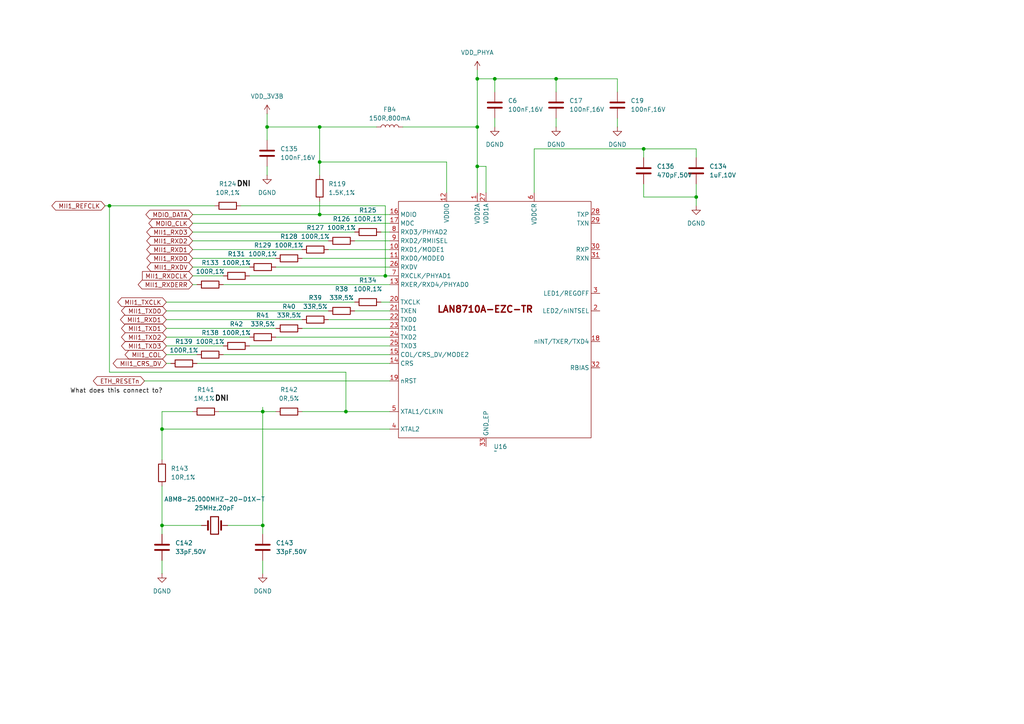
<source format=kicad_sch>
(kicad_sch (version 20231120) (generator "eeschema") (generator_version "8.0")
  (paper "A4")
  (lib_symbols
    (symbol "Device:C" (pin_numbers hide) (pin_names (offset 0.254))
      (property "Reference" "C" (at 0.635 2.54 0))
      (property "Value" "C" (at 0.635 -2.54 0))
      (symbol "C_0_1"
        (polyline (pts (xy -2.032 -0.762) (xy 2.032 -0.762)) (stroke (width 0.508)))
        (polyline (pts (xy -2.032 0.762) (xy 2.032 0.762)) (stroke (width 0.508)))
      )
      (symbol "C_1_1"
        (pin passive line (at 0 3.81 270) (length 2.794) (name "~") (number "1"))
        (pin passive line (at 0 -3.81 90) (length 2.794) (name "~") (number "2"))
      )
    )
    (symbol "Device:Crystal" (pin_numbers hide) (pin_names (offset 1.016) hide)
      (property "Reference" "Y" (at 0 3.81 0))
      (property "Value" "Crystal" (at 0 -3.81 0))
      (symbol "Crystal_0_1"
        (rectangle (start -1.143 2.54) (end 1.143 -2.54) (stroke (width 0.3048)))
        (polyline (pts (xy -2.54 0) (xy -1.905 0)))
        (polyline (pts (xy -1.905 -1.27) (xy -1.905 1.27)) (stroke (width 0.508)))
        (polyline (pts (xy 1.905 -1.27) (xy 1.905 1.27)) (stroke (width 0.508)))
        (polyline (pts (xy 2.54 0) (xy 1.905 0)))
      )
      (symbol "Crystal_1_1"
        (pin passive line (at -3.81 0 0) (length 1.27) (name "1") (number "1"))
        (pin passive line (at 3.81 0 180) (length 1.27) (name "2") (number "2"))
      )
    )
    (symbol "Device:L" (pin_numbers hide) (pin_names (offset 1.016) hide)
      (property "Reference" "L" (at -1.27 0 90))
      (property "Value" "L" (at 1.905 0 90))
      (symbol "L_0_1"
        (arc (start 0 -2.54) (mid 0.6323 -1.905) (end 0 -1.27))
        (arc (start 0 -1.27) (mid 0.6323 -0.635) (end 0 0))
        (arc (start 0 0) (mid 0.6323 0.635) (end 0 1.27))
        (arc (start 0 1.27) (mid 0.6323 1.905) (end 0 2.54))
      )
      (symbol "L_1_1"
        (pin passive line (at 0 3.81 270) (length 1.27) (name "1") (number "1"))
        (pin passive line (at 0 -3.81 90) (length 1.27) (name "2") (number "2"))
      )
    )
    (symbol "Device:R" (pin_numbers hide) (pin_names (offset 0))
      (property "Reference" "R" (at 2.032 0 90))
      (property "Value" "R" (at 0 0 90))
      (symbol "R_0_1"
        (rectangle (start -1.016 -2.54) (end 1.016 2.54) (stroke (width 0.254)))
      )
      (symbol "R_1_1"
        (pin passive line (at 0 3.81 270) (length 1.27) (name "~") (number "1"))
        (pin passive line (at 0 -3.81 90) (length 1.27) (name "~") (number "2"))
      )
    )
    (symbol "SubArctic AM335x:LAN8710A-EZC-TR"
      (property "Reference" "U16" (at 27.5941 -2.54 0))
      (property "Value" "~" (at 27.5941 -3.81 0))
      (symbol "LAN8710A-EZC-TR_1_0"
        (pin input line (at -2.54 54.61 0) (length 2.54) (name "RXD1/MODE1") (number "10"))
        (pin input line (at -2.54 52.07 0) (length 2.54) (name "RXD0/MODE0") (number "11"))
        (pin input line (at -2.54 44.45 0) (length 2.54) (name "RXER/RXD4/PHYAD0") (number "13"))
        (pin input line (at -2.54 21.59 0) (length 2.54) (name "CRS") (number "14"))
        (pin input line (at -2.54 24.13 0) (length 2.54) (name "COL/CRS_DV/MODE2") (number "15"))
        (pin input line (at 58.42 27.94 180) (length 2.54) (name "nINT/TXER/TXD4") (number "18"))
        (pin input line (at -2.54 16.51 0) (length 2.54) (name "nRST") (number "19"))
        (pin input line (at 58.42 36.83 180) (length 2.54) (name "LED2/nINTSEL") (number "2"))
        (pin input line (at -2.54 39.37 0) (length 2.54) (name "TXCLK") (number "20"))
        (pin input line (at -2.54 36.83 0) (length 2.54) (name "TXEN") (number "21"))
        (pin input line (at -2.54 34.29 0) (length 2.54) (name "TXD0") (number "22"))
        (pin input line (at -2.54 31.75 0) (length 2.54) (name "TXD1") (number "23"))
        (pin input line (at -2.54 29.21 0) (length 2.54) (name "TXD2") (number "24"))
        (pin input line (at -2.54 26.67 0) (length 2.54) (name "TXD3") (number "25"))
        (pin input line (at -2.54 49.53 0) (length 2.54) (name "RXDV") (number "26"))
        (pin input line (at 58.42 64.77 180) (length 2.54) (name "TXP") (number "28"))
        (pin input line (at 58.42 62.23 180) (length 2.54) (name "TXN") (number "29"))
        (pin input line (at 58.42 41.91 180) (length 2.54) (name "LED1/REGOFF") (number "3"))
        (pin input line (at 58.42 54.61 180) (length 2.54) (name "RXP") (number "30"))
        (pin input line (at 58.42 52.07 180) (length 2.54) (name "RXN") (number "31"))
        (pin input line (at 58.42 20.32 180) (length 2.54) (name "RBIAS") (number "32"))
        (pin input line (at 25.4 -2.54 90) (length 2.54) (name "GND_EP") (number "33"))
        (pin input line (at -2.54 2.54 0) (length 2.54) (name "XTAL2") (number "4"))
        (pin input line (at -2.54 7.62 0) (length 2.54) (name "XTAL1/CLKIN") (number "5"))
        (pin input line (at -2.54 46.99 0) (length 2.54) (name "RXCLK/PHYAD1") (number "7"))
        (pin input line (at -2.54 59.69 0) (length 2.54) (name "RXD3/PHYAD2") (number "8"))
        (pin input line (at -2.54 57.15 0) (length 2.54) (name "RXD2/RMIISEL") (number "9"))
      )
      (symbol "LAN8710A-EZC-TR_1_1"
        (rectangle (start 0 68.58) (end 55.88 0))
        (text "LAN8710A-EZC-TR" (at 25.146 37.338 0) (effects (font (size 1.905 1.905) (bold yes))))
        (pin input line (at 22.86 71.12 270) (length 2.54) (name "VDD2A") (number "1"))
        (pin input line (at 13.97 71.12 270) (length 2.54) (name "VDDIO") (number "12"))
        (pin input line (at -2.54 64.77 0) (length 2.54) (name "MDIO") (number "16"))
        (pin input line (at -2.54 62.23 0) (length 2.54) (name "MDC") (number "17"))
        (pin input line (at 25.4 71.12 270) (length 2.54) (name "VDD1A") (number "27"))
        (pin input line (at 39.37 71.12 270) (length 2.54) (name "VDDCR") (number "6"))
      )
    )
    (symbol "power:GND" (power) (pin_numbers hide) (pin_names (offset 0) hide)
      (property "Value" "GND" (at 0 -3.81 0))
      (symbol "GND_0_1"
        (polyline (pts (xy 0 0) (xy 0 -1.27) (xy 1.27 -1.27) (xy 0 -2.54) (xy -1.27 -1.27) (xy 0 -1.27)))
      )
      (symbol "GND_1_1"
        (pin power_in line (at 0 0 270) (length 0) (name "~") (number "1"))
      )
    )
    (symbol "power:VCC" (power) (pin_numbers hide) (pin_names (offset 0) hide)
      (property "Value" "VCC" (at 0 3.556 0))
      (symbol "VCC_0_1"
        (polyline (pts (xy -0.762 1.27) (xy 0 2.54)))
        (polyline (pts (xy 0 0) (xy 0 2.54)))
        (polyline (pts (xy 0 2.54) (xy 0.762 1.27)))
      )
      (symbol "VCC_1_1"
        (pin power_in line (at 0 0 90) (length 0) (name "~") (number "1"))
      )
    )
  )
  (junction (at 92.71 46.99))
  (junction (at 76.2 119.38))
  (junction (at 76.2 152.4))
  (junction (at 31.75 59.69))
  (junction (at 100.33 119.38))
  (junction (at 138.43 48.26))
  (junction (at 201.93 57.15))
  (junction (at 77.47 36.83))
  (junction (at 46.99 152.4))
  (junction (at 138.43 36.83))
  (junction (at 161.29 22.86))
  (junction (at 143.51 22.86))
  (junction (at 138.43 22.86))
  (junction (at 92.71 62.23))
  (junction (at 92.71 36.83))
  (junction (at 46.99 124.46))
  (junction (at 111.76 80.01))
  (junction (at 186.69 43.18))
  (wire (pts (xy 138.43 36.83) (xy 138.43 48.26)))
  (wire (pts (xy 48.26 105.41) (xy 49.53 105.41)))
  (wire (pts (xy 113.03 124.46) (xy 46.99 124.46)))
  (wire (pts (xy 186.69 57.15) (xy 201.93 57.15)))
  (wire (pts (xy 76.2 162.56) (xy 76.2 166.37)))
  (wire (pts (xy 179.07 34.29) (xy 179.07 36.83)))
  (wire (pts (xy 102.87 90.17) (xy 113.03 90.17)))
  (wire (pts (xy 186.69 43.18) (xy 201.93 43.18)))
  (wire (pts (xy 100.33 107.95) (xy 31.75 107.95)))
  (wire (pts (xy 92.71 46.99) (xy 92.71 36.83)))
  (wire (pts (xy 55.88 77.47) (xy 72.39 77.47)))
  (wire (pts (xy 201.93 57.15) (xy 201.93 59.69)))
  (wire (pts (xy 63.5 119.38) (xy 76.2 119.38)))
  (wire (pts (xy 46.99 154.94) (xy 46.99 152.4)))
  (wire (pts (xy 116.84 36.83) (xy 138.43 36.83)))
  (wire (pts (xy 31.75 59.69) (xy 31.75 107.95)))
  (wire (pts (xy 48.26 95.25) (xy 80.01 95.25)))
  (wire (pts (xy 143.51 22.86) (xy 161.29 22.86)))
  (wire (pts (xy 143.51 22.86) (xy 143.51 26.67)))
  (wire (pts (xy 46.99 166.37) (xy 46.99 162.56)))
  (wire (pts (xy 76.2 119.38) (xy 80.01 119.38)))
  (wire (pts (xy 76.2 154.94) (xy 76.2 152.4)))
  (wire (pts (xy 201.93 43.18) (xy 201.93 45.72)))
  (wire (pts (xy 140.97 48.26) (xy 138.43 48.26)))
  (wire (pts (xy 161.29 22.86) (xy 179.07 22.86)))
  (wire (pts (xy 100.33 119.38) (xy 100.33 107.95)))
  (wire (pts (xy 55.88 62.23) (xy 92.71 62.23)))
  (wire (pts (xy 161.29 22.86) (xy 161.29 26.67)))
  (wire (pts (xy 55.88 74.93) (xy 80.01 74.93)))
  (wire (pts (xy 30.48 59.69) (xy 31.75 59.69)))
  (wire (pts (xy 87.63 74.93) (xy 113.03 74.93)))
  (wire (pts (xy 92.71 62.23) (xy 113.03 62.23)))
  (wire (pts (xy 48.26 102.87) (xy 57.15 102.87)))
  (wire (pts (xy 161.29 34.29) (xy 161.29 36.83)))
  (wire (pts (xy 87.63 119.38) (xy 100.33 119.38)))
  (wire (pts (xy 143.51 34.29) (xy 143.51 36.83)))
  (wire (pts (xy 80.01 97.79) (xy 113.03 97.79)))
  (wire (pts (xy 48.26 92.71) (xy 87.63 92.71)))
  (wire (pts (xy 31.75 59.69) (xy 62.23 59.69)))
  (wire (pts (xy 111.76 80.01) (xy 111.76 59.69)))
  (wire (pts (xy 186.69 45.72) (xy 186.69 43.18)))
  (wire (pts (xy 72.39 80.01) (xy 111.76 80.01)))
  (wire (pts (xy 69.85 59.69) (xy 111.76 59.69)))
  (wire (pts (xy 138.43 48.26) (xy 138.43 55.88)))
  (wire (pts (xy 80.01 77.47) (xy 113.03 77.47)))
  (wire (pts (xy 154.94 43.18) (xy 186.69 43.18)))
  (wire (pts (xy 64.77 102.87) (xy 113.03 102.87)))
  (wire (pts (xy 46.99 140.97) (xy 46.99 152.4)))
  (wire (pts (xy 77.47 33.02) (xy 77.47 36.83)))
  (wire (pts (xy 57.15 105.41) (xy 113.03 105.41)))
  (wire (pts (xy 201.93 57.15) (xy 201.93 53.34)))
  (wire (pts (xy 77.47 36.83) (xy 77.47 40.64)))
  (wire (pts (xy 55.88 82.55) (xy 57.15 82.55)))
  (wire (pts (xy 55.88 72.39) (xy 87.63 72.39)))
  (wire (pts (xy 76.2 119.38) (xy 76.2 118.11)))
  (wire (pts (xy 110.49 67.31) (xy 113.03 67.31)))
  (wire (pts (xy 95.25 92.71) (xy 113.03 92.71)))
  (wire (pts (xy 109.22 36.83) (xy 92.71 36.83)))
  (wire (pts (xy 138.43 22.86) (xy 138.43 36.83)))
  (wire (pts (xy 138.43 22.86) (xy 143.51 22.86)))
  (wire (pts (xy 102.87 69.85) (xy 113.03 69.85)))
  (wire (pts (xy 92.71 46.99) (xy 92.71 50.8)))
  (wire (pts (xy 48.26 100.33) (xy 64.77 100.33)))
  (wire (pts (xy 48.26 87.63) (xy 102.87 87.63)))
  (wire (pts (xy 92.71 58.42) (xy 92.71 62.23)))
  (wire (pts (xy 55.88 67.31) (xy 102.87 67.31)))
  (wire (pts (xy 46.99 119.38) (xy 46.99 124.46)))
  (wire (pts (xy 64.77 82.55) (xy 113.03 82.55)))
  (wire (pts (xy 41.91 110.49) (xy 113.03 110.49)))
  (wire (pts (xy 179.07 22.86) (xy 179.07 26.67)))
  (wire (pts (xy 186.69 53.34) (xy 186.69 57.15)))
  (wire (pts (xy 129.54 46.99) (xy 92.71 46.99)))
  (wire (pts (xy 46.99 152.4) (xy 58.42 152.4)))
  (wire (pts (xy 76.2 152.4) (xy 66.04 152.4)))
  (wire (pts (xy 55.88 119.38) (xy 46.99 119.38)))
  (wire (pts (xy 76.2 119.38) (xy 76.2 152.4)))
  (wire (pts (xy 87.63 95.25) (xy 113.03 95.25)))
  (wire (pts (xy 46.99 124.46) (xy 46.99 133.35)))
  (wire (pts (xy 55.88 80.01) (xy 64.77 80.01)))
  (wire (pts (xy 140.97 55.88) (xy 140.97 48.26)))
  (wire (pts (xy 95.25 72.39) (xy 113.03 72.39)))
  (wire (pts (xy 48.26 90.17) (xy 95.25 90.17)))
  (wire (pts (xy 55.88 69.85) (xy 95.25 69.85)))
  (wire (pts (xy 55.88 64.77) (xy 113.03 64.77)))
  (wire (pts (xy 72.39 100.33) (xy 113.03 100.33)))
  (wire (pts (xy 48.26 97.79) (xy 72.39 97.79)))
  (wire (pts (xy 100.33 119.38) (xy 113.03 119.38)))
  (wire (pts (xy 111.76 80.01) (xy 113.03 80.01)))
  (wire (pts (xy 110.49 87.63) (xy 113.03 87.63)))
  (wire (pts (xy 77.47 36.83) (xy 92.71 36.83)))
  (wire (pts (xy 129.54 55.88) (xy 129.54 46.99)))
  (wire (pts (xy 77.47 48.26) (xy 77.47 50.8)))
  (wire (pts (xy 154.94 55.88) (xy 154.94 43.18)))
  (wire (pts (xy 138.43 20.32) (xy 138.43 22.86)))
  (label "What does this connect to?" (at 20.32 114.3 0))
  (label "DNI" (at 68.58 54.61 0) (effects (font (size 1.524 1.524) (thickness 0.3048) (bold yes))))
  (label "DNI" (at 62.23 116.84 0) (effects (font (size 1.524 1.524) (thickness 0.3048) (bold yes))))
  (global_label "MII1_TXD0" (shape bidirectional) (at 48.26 90.17 180) (property "Intersheetrefs" "${INTERSHEET_REFS}" (effects (hide yes))))
  (global_label "MDIO_DATA" (shape bidirectional) (at 55.88 62.23 180) (property "Intersheetrefs" "${INTERSHEET_REFS}" (effects (hide yes))))
  (global_label "MII1_TXCLK" (shape bidirectional) (at 48.26 87.63 180) (property "Intersheetrefs" "${INTERSHEET_REFS}" (effects (hide yes))))
  (global_label "MII1_RXD2" (shape bidirectional) (at 55.88 69.85 180) (property "Intersheetrefs" "${INTERSHEET_REFS}" (effects (hide yes))))
  (global_label "MII1_TXD1" (shape bidirectional) (at 48.26 95.25 180) (property "Intersheetrefs" "${INTERSHEET_REFS}" (effects (hide yes))))
  (global_label "MII1_RXD1" (shape bidirectional) (at 55.88 72.39 180) (property "Intersheetrefs" "${INTERSHEET_REFS}" (effects (hide yes))))
  (global_label "MII1_COL" (shape bidirectional) (at 48.26 102.87 180) (property "Intersheetrefs" "${INTERSHEET_REFS}" (effects (hide yes))))
  (global_label "MII1_RXD1" (shape bidirectional) (at 48.26 92.71 180) (property "Intersheetrefs" "${INTERSHEET_REFS}" (effects (hide yes))))
  (global_label "MII1_TXD2" (shape bidirectional) (at 48.26 97.79 180) (property "Intersheetrefs" "${INTERSHEET_REFS}" (effects (hide yes))))
  (global_label "MII1_RXD3" (shape bidirectional) (at 55.88 67.31 180) (property "Intersheetrefs" "${INTERSHEET_REFS}" (effects (hide yes))))
  (global_label "MII1_RXD0" (shape bidirectional) (at 55.88 74.93 180) (property "Intersheetrefs" "${INTERSHEET_REFS}" (effects (hide yes))))
  (global_label "MII1_TXD3" (shape bidirectional) (at 48.26 100.33 180) (property "Intersheetrefs" "${INTERSHEET_REFS}" (effects (hide yes))))
  (global_label "MDIO_CLK" (shape bidirectional) (at 55.88 64.77 180) (property "Intersheetrefs" "${INTERSHEET_REFS}" (effects (hide yes))))
  (global_label "ETH_RESETn" (shape bidirectional) (at 41.91 110.49 180) (property "Intersheetrefs" "${INTERSHEET_REFS}" (effects (hide yes))))
  (global_label "MII1_REFCLK" (shape bidirectional) (at 30.48 59.69 180) (property "Intersheetrefs" "${INTERSHEET_REFS}" (effects (hide yes))))
  (global_label "MII1_RXDV" (shape bidirectional) (at 55.88 77.47 180) (property "Intersheetrefs" "${INTERSHEET_REFS}" (effects (hide yes))))
  (global_label "MII1_RXDCLK" (shape input) (at 55.88 80.01 180) (property "Intersheetrefs" "${INTERSHEET_REFS}" (effects (hide yes))))
  (global_label "MII1_CRS_DV" (shape bidirectional) (at 48.26 105.41 180) (property "Intersheetrefs" "${INTERSHEET_REFS}" (effects (hide yes))))
  (global_label "MII1_RXDERR" (shape bidirectional) (at 55.88 82.55 180) (property "Intersheetrefs" "${INTERSHEET_REFS}" (effects (hide yes))))
  (symbol (lib_id "power:VCC") (at 77.47 33.02 0) (unit 1)
    (property "Reference" "#PWR0156" (effects (hide yes)))
    (property "Value" "VDD_3V3B" (at 77.47 27.94 0))
    (property "Description" "Power symbol creates a global label with name \"VCC\"" (effects (hide yes)))
  )
  (symbol (lib_id "Device:R") (at 83.82 74.93 90) (unit 1)
    (property "Reference" "R128" (at 83.82 68.58 90))
    (property "Value" "100R,1%" (at 83.82 71.12 90))
    (property "Description" "Resistor" (effects (hide yes)))
  )
  (symbol (lib_id "Device:R") (at 106.68 87.63 90) (unit 1)
    (property "Reference" "R134" (at 106.68 81.28 90))
    (property "Value" "100R,1%" (at 106.68 83.82 90))
    (property "Description" "Resistor" (effects (hide yes)))
  )
  (symbol (lib_id "Device:R") (at 76.2 77.47 90) (unit 1)
    (property "Reference" "R129" (at 76.2 71.12 90))
    (property "Value" "100R,1%" (at 76.2 73.66 90))
    (property "Description" "Resistor" (effects (hide yes)))
  )
  (symbol (lib_id "Device:R") (at 60.96 82.55 90) (unit 1)
    (property "Reference" "R133" (at 60.96 76.2 90))
    (property "Value" "100R,1%" (at 60.96 78.74 90))
    (property "Description" "Resistor" (effects (hide yes)))
  )
  (symbol (lib_id "power:GND") (at 76.2 166.37 0) (unit 1)
    (property "Reference" "#PWR0164" (effects (hide yes)))
    (property "Value" "DGND" (at 76.2 171.45 0))
    (property "Description" "Power symbol creates a global label with name \"GND\" , ground" (effects (hide yes)))
  )
  (symbol (lib_id "power:GND") (at 201.93 59.69 0) (unit 1)
    (property "Reference" "#PWR0162" (effects (hide yes)))
    (property "Value" "DGND" (at 201.93 64.77 0))
    (property "Description" "Power symbol creates a global label with name \"GND\" , ground" (effects (hide yes)))
  )
  (symbol (lib_id "power:GND") (at 143.51 36.83 0) (unit 1)
    (property "Reference" "#PWR0158" (effects (hide yes)))
    (property "Value" "DGND" (at 143.51 41.91 0))
    (property "Description" "Power symbol creates a global label with name \"GND\" , ground" (effects (hide yes)))
  )
  (symbol (lib_id "Device:R") (at 92.71 54.61 0) (unit 1)
    (property "Reference" "R119" (at 95.25 53.3399 0) (effects (justify left)))
    (property "Value" "1.5K,1%" (at 95.25 55.8799 0) (effects (justify left)))
    (property "Description" "Resistor" (effects (hide yes)))
  )
  (symbol (lib_id "Device:Crystal") (at 62.23 152.4 0) (unit 1)
    (property "Reference" "ABM8-25.000MHZ-20-D1X-T" (at 62.23 144.78 0))
    (property "Value" "25MHz,20pF" (at 62.23 147.32 0))
    (property "Description" "Two pin crystal" (effects (hide yes)))
  )
  (symbol (lib_id "power:GND") (at 77.47 50.8 0) (unit 1)
    (property "Reference" "#PWR0157" (effects (hide yes)))
    (property "Value" "DGND" (at 77.47 55.88 0))
    (property "Description" "Power symbol creates a global label with name \"GND\" , ground" (effects (hide yes)))
  )
  (symbol (lib_id "power:VCC") (at 138.43 20.32 0) (unit 1)
    (property "Reference" "#PWR0161" (effects (hide yes)))
    (property "Value" "VDD_PHYA" (at 138.43 15.24 0))
    (property "Description" "Power symbol creates a global label with name \"VCC\"" (effects (hide yes)))
  )
  (symbol (lib_id "Device:R") (at 46.99 137.16 0) (unit 1)
    (property "Reference" "R143" (at 49.53 135.8899 0) (effects (justify left)))
    (property "Value" "10R,1%" (at 49.53 138.4299 0) (effects (justify left)))
    (property "Description" "Resistor" (effects (hide yes)))
  )
  (symbol (lib_id "Device:R") (at 68.58 80.01 90) (unit 1)
    (property "Reference" "R131" (at 68.58 73.66 90))
    (property "Value" "100R,1%" (at 68.58 76.2 90))
    (property "Description" "Resistor" (effects (hide yes)))
  )
  (symbol (lib_id "power:GND") (at 46.99 166.37 0) (unit 1)
    (property "Reference" "#PWR0163" (effects (hide yes)))
    (property "Value" "DGND" (at 46.99 171.45 0))
    (property "Description" "Power symbol creates a global label with name \"GND\" , ground" (effects (hide yes)))
  )
  (symbol (lib_id "Device:C") (at 161.29 30.48 0) (unit 1)
    (property "Reference" "C17" (at 165.1 29.2099 0) (effects (justify left)))
    (property "Value" "100nF,16V" (at 165.1 31.7499 0) (effects (justify left)))
    (property "Description" "Unpolarized capacitor" (effects (hide yes)))
  )
  (symbol (lib_id "power:GND") (at 161.29 36.83 0) (unit 1)
    (property "Reference" "#PWR0159" (effects (hide yes)))
    (property "Value" "DGND" (at 161.29 41.91 0))
    (property "Description" "Power symbol creates a global label with name \"GND\" , ground" (effects (hide yes)))
  )
  (symbol (lib_id "Device:C") (at 46.99 158.75 0) (unit 1)
    (property "Reference" "C142" (at 50.8 157.4799 0) (effects (justify left)))
    (property "Value" "33pF,50V" (at 50.8 160.0199 0) (effects (justify left)))
    (property "Description" "Unpolarized capacitor" (effects (hide yes)))
  )
  (symbol (lib_id "Device:R") (at 91.44 72.39 90) (unit 1)
    (property "Reference" "R127" (at 91.44 66.04 90))
    (property "Value" "100R,1%" (at 91.44 68.58 90))
    (property "Description" "Resistor" (effects (hide yes)))
  )
  (symbol (lib_id "Device:C") (at 179.07 30.48 0) (unit 1)
    (property "Reference" "C19" (at 182.88 29.2099 0) (effects (justify left)))
    (property "Value" "100nF,16V" (at 182.88 31.7499 0) (effects (justify left)))
    (property "Description" "Unpolarized capacitor" (effects (hide yes)))
  )
  (symbol (lib_id "Device:R") (at 99.06 69.85 90) (unit 1)
    (property "Reference" "R126" (at 99.06 63.5 90))
    (property "Value" "100R,1%" (at 99.06 66.04 90))
    (property "Description" "Resistor" (effects (hide yes)))
  )
  (symbol (lib_id "Device:R") (at 60.96 102.87 90) (unit 1)
    (property "Reference" "R138" (at 60.96 96.52 90))
    (property "Value" "100R,1%" (at 60.96 99.06 90))
    (property "Description" "Resistor" (effects (hide yes)))
  )
  (symbol (lib_id "Device:L") (at 113.03 36.83 90) (unit 1)
    (property "Reference" "FB4" (at 113.03 31.75 90))
    (property "Value" "150R,800mA" (at 113.03 34.29 90))
    (property "Description" "Inductor" (effects (hide yes)))
  )
  (symbol (lib_id "power:GND") (at 179.07 36.83 0) (unit 1)
    (property "Reference" "#PWR0160" (effects (hide yes)))
    (property "Value" "DGND" (at 179.07 41.91 0))
    (property "Description" "Power symbol creates a global label with name \"GND\" , ground" (effects (hide yes)))
  )
  (symbol (lib_id "Device:R") (at 76.2 97.79 90) (unit 1)
    (property "Reference" "R41" (at 76.2 91.44 90))
    (property "Value" "33R,5%" (at 76.2 93.98 90))
    (property "Description" "Resistor" (effects (hide yes)))
  )
  (symbol (lib_id "Device:R") (at 68.58 100.33 90) (unit 1)
    (property "Reference" "R42" (at 68.58 93.98 90))
    (property "Value" "100R,1%" (at 68.58 96.52 90))
    (property "Description" "Resistor" (effects (hide yes)))
  )
  (symbol (lib_id "Device:C") (at 76.2 158.75 0) (unit 1)
    (property "Reference" "C143" (at 80.01 157.4799 0) (effects (justify left)))
    (property "Value" "33pF,50V" (at 80.01 160.0199 0) (effects (justify left)))
    (property "Description" "Unpolarized capacitor" (effects (hide yes)))
  )
  (symbol (lib_id "Device:R") (at 53.34 105.41 90) (unit 1)
    (property "Reference" "R139" (at 53.34 99.06 90))
    (property "Value" "100R,1%" (at 53.34 101.6 90))
    (property "Description" "Resistor" (effects (hide yes)))
  )
  (symbol (lib_id "Device:R") (at 83.82 119.38 90) (unit 1)
    (property "Reference" "R142" (at 83.82 113.03 90))
    (property "Value" "0R,5%" (at 83.82 115.57 90))
    (property "Description" "Resistor" (effects (hide yes)))
  )
  (symbol (lib_id "Device:C") (at 77.47 44.45 0) (unit 1)
    (property "Reference" "C135" (at 81.28 43.1799 0) (effects (justify left)))
    (property "Value" "100nF,16V" (at 81.28 45.7199 0) (effects (justify left)))
    (property "Description" "Unpolarized capacitor" (effects (hide yes)))
  )
  (symbol (lib_id "Device:R") (at 91.44 92.71 90) (unit 1)
    (property "Reference" "R39" (at 91.44 86.36 90))
    (property "Value" "33R,5%" (at 91.44 88.9 90))
    (property "Description" "Resistor" (effects (hide yes)))
  )
  (symbol (lib_id "Device:C") (at 201.93 49.53 0) (unit 1)
    (property "Reference" "C134" (at 205.74 48.2599 0) (effects (justify left)))
    (property "Value" "1uF,10V" (at 205.74 50.7999 0) (effects (justify left)))
    (property "Description" "Unpolarized capacitor" (effects (hide yes)))
  )
  (symbol (lib_id "Device:C") (at 143.51 30.48 0) (unit 1)
    (property "Reference" "C6" (at 147.32 29.2099 0) (effects (justify left)))
    (property "Value" "100nF,16V" (at 147.32 31.7499 0) (effects (justify left)))
    (property "Description" "Unpolarized capacitor" (effects (hide yes)))
  )
  (symbol (lib_id "Device:R") (at 59.69 119.38 90) (unit 1)
    (property "Reference" "R141" (at 59.69 113.03 90))
    (property "Value" "1M,1% " (at 59.69 115.57 90))
    (property "Description" "Resistor" (effects (hide yes)))
  )
  (symbol (lib_id "SubArctic AM335x:LAN8710A-EZC-TR") (at 115.57 127 0) (unit 1)
    (property "Reference" "U16" (at 143.1641 129.54 0) (effects (justify left)))
    (property "Value" "~" (at 143.1641 130.81 0) (effects (justify left)))
  )
  (symbol (lib_id "Device:R") (at 99.06 90.17 90) (unit 1)
    (property "Reference" "R38" (at 99.06 83.82 90))
    (property "Value" "33R,5%" (at 99.06 86.36 90))
    (property "Description" "Resistor" (effects (hide yes)))
  )
  (symbol (lib_id "Device:R") (at 66.04 59.69 90) (unit 1)
    (property "Reference" "R124" (at 66.04 53.34 90))
    (property "Value" "10R,1%" (at 66.04 55.88 90))
    (property "Description" "Resistor" (effects (hide yes)))
  )
  (symbol (lib_id "Device:R") (at 106.68 67.31 90) (unit 1)
    (property "Reference" "R125" (at 106.68 60.96 90))
    (property "Value" "100R,1%" (at 106.68 63.5 90))
    (property "Description" "Resistor" (effects (hide yes)))
  )
  (symbol (lib_id "Device:R") (at 83.82 95.25 90) (unit 1)
    (property "Reference" "R40" (at 83.82 88.9 90))
    (property "Value" "33R,5%" (at 83.82 91.44 90))
    (property "Description" "Resistor" (effects (hide yes)))
  )
  (symbol (lib_id "Device:C") (at 186.69 49.53 0) (unit 1)
    (property "Reference" "C136" (at 190.5 48.2599 0) (effects (justify left)))
    (property "Value" "470pF,50V" (at 190.5 50.7999 0) (effects (justify left)))
    (property "Description" "Unpolarized capacitor" (effects (hide yes)))
  )
)
</source>
